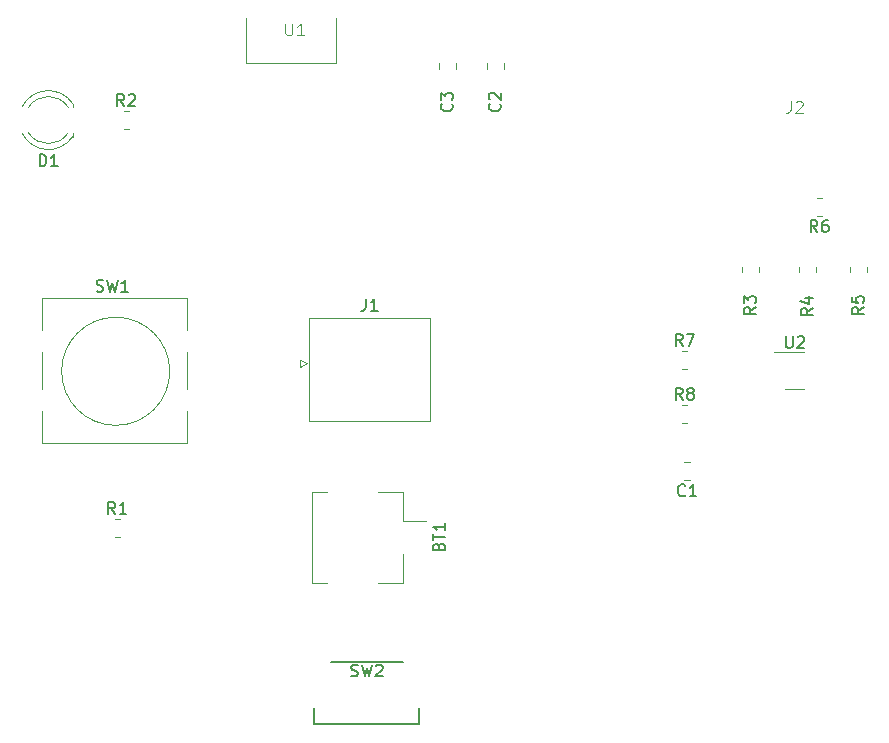
<source format=gbr>
%TF.GenerationSoftware,KiCad,Pcbnew,7.0.9*%
%TF.CreationDate,2024-01-21T16:04:35-08:00*%
%TF.ProjectId,Sensing Device,53656e73-696e-4672-9044-65766963652e,rev?*%
%TF.SameCoordinates,Original*%
%TF.FileFunction,Legend,Top*%
%TF.FilePolarity,Positive*%
%FSLAX46Y46*%
G04 Gerber Fmt 4.6, Leading zero omitted, Abs format (unit mm)*
G04 Created by KiCad (PCBNEW 7.0.9) date 2024-01-21 16:04:35*
%MOMM*%
%LPD*%
G01*
G04 APERTURE LIST*
%ADD10C,0.100000*%
%ADD11C,0.150000*%
%ADD12C,0.120000*%
%ADD13C,0.152400*%
G04 APERTURE END LIST*
D10*
X86868095Y-40605419D02*
X86868095Y-41414942D01*
X86868095Y-41414942D02*
X86915714Y-41510180D01*
X86915714Y-41510180D02*
X86963333Y-41557800D01*
X86963333Y-41557800D02*
X87058571Y-41605419D01*
X87058571Y-41605419D02*
X87249047Y-41605419D01*
X87249047Y-41605419D02*
X87344285Y-41557800D01*
X87344285Y-41557800D02*
X87391904Y-41510180D01*
X87391904Y-41510180D02*
X87439523Y-41414942D01*
X87439523Y-41414942D02*
X87439523Y-40605419D01*
X88439523Y-41605419D02*
X87868095Y-41605419D01*
X88153809Y-41605419D02*
X88153809Y-40605419D01*
X88153809Y-40605419D02*
X88058571Y-40748276D01*
X88058571Y-40748276D02*
X87963333Y-40843514D01*
X87963333Y-40843514D02*
X87868095Y-40891133D01*
D11*
X93686666Y-63896819D02*
X93686666Y-64611104D01*
X93686666Y-64611104D02*
X93639047Y-64753961D01*
X93639047Y-64753961D02*
X93543809Y-64849200D01*
X93543809Y-64849200D02*
X93400952Y-64896819D01*
X93400952Y-64896819D02*
X93305714Y-64896819D01*
X94686666Y-64896819D02*
X94115238Y-64896819D01*
X94400952Y-64896819D02*
X94400952Y-63896819D01*
X94400952Y-63896819D02*
X94305714Y-64039676D01*
X94305714Y-64039676D02*
X94210476Y-64134914D01*
X94210476Y-64134914D02*
X94115238Y-64182533D01*
X129238095Y-67054819D02*
X129238095Y-67864342D01*
X129238095Y-67864342D02*
X129285714Y-67959580D01*
X129285714Y-67959580D02*
X129333333Y-68007200D01*
X129333333Y-68007200D02*
X129428571Y-68054819D01*
X129428571Y-68054819D02*
X129619047Y-68054819D01*
X129619047Y-68054819D02*
X129714285Y-68007200D01*
X129714285Y-68007200D02*
X129761904Y-67959580D01*
X129761904Y-67959580D02*
X129809523Y-67864342D01*
X129809523Y-67864342D02*
X129809523Y-67054819D01*
X130238095Y-67150057D02*
X130285714Y-67102438D01*
X130285714Y-67102438D02*
X130380952Y-67054819D01*
X130380952Y-67054819D02*
X130619047Y-67054819D01*
X130619047Y-67054819D02*
X130714285Y-67102438D01*
X130714285Y-67102438D02*
X130761904Y-67150057D01*
X130761904Y-67150057D02*
X130809523Y-67245295D01*
X130809523Y-67245295D02*
X130809523Y-67340533D01*
X130809523Y-67340533D02*
X130761904Y-67483390D01*
X130761904Y-67483390D02*
X130190476Y-68054819D01*
X130190476Y-68054819D02*
X130809523Y-68054819D01*
X70896667Y-63247200D02*
X71039524Y-63294819D01*
X71039524Y-63294819D02*
X71277619Y-63294819D01*
X71277619Y-63294819D02*
X71372857Y-63247200D01*
X71372857Y-63247200D02*
X71420476Y-63199580D01*
X71420476Y-63199580D02*
X71468095Y-63104342D01*
X71468095Y-63104342D02*
X71468095Y-63009104D01*
X71468095Y-63009104D02*
X71420476Y-62913866D01*
X71420476Y-62913866D02*
X71372857Y-62866247D01*
X71372857Y-62866247D02*
X71277619Y-62818628D01*
X71277619Y-62818628D02*
X71087143Y-62771009D01*
X71087143Y-62771009D02*
X70991905Y-62723390D01*
X70991905Y-62723390D02*
X70944286Y-62675771D01*
X70944286Y-62675771D02*
X70896667Y-62580533D01*
X70896667Y-62580533D02*
X70896667Y-62485295D01*
X70896667Y-62485295D02*
X70944286Y-62390057D01*
X70944286Y-62390057D02*
X70991905Y-62342438D01*
X70991905Y-62342438D02*
X71087143Y-62294819D01*
X71087143Y-62294819D02*
X71325238Y-62294819D01*
X71325238Y-62294819D02*
X71468095Y-62342438D01*
X71801429Y-62294819D02*
X72039524Y-63294819D01*
X72039524Y-63294819D02*
X72230000Y-62580533D01*
X72230000Y-62580533D02*
X72420476Y-63294819D01*
X72420476Y-63294819D02*
X72658572Y-62294819D01*
X73563333Y-63294819D02*
X72991905Y-63294819D01*
X73277619Y-63294819D02*
X73277619Y-62294819D01*
X73277619Y-62294819D02*
X73182381Y-62437676D01*
X73182381Y-62437676D02*
X73087143Y-62532914D01*
X73087143Y-62532914D02*
X72991905Y-62580533D01*
X120499333Y-67892819D02*
X120166000Y-67416628D01*
X119927905Y-67892819D02*
X119927905Y-66892819D01*
X119927905Y-66892819D02*
X120308857Y-66892819D01*
X120308857Y-66892819D02*
X120404095Y-66940438D01*
X120404095Y-66940438D02*
X120451714Y-66988057D01*
X120451714Y-66988057D02*
X120499333Y-67083295D01*
X120499333Y-67083295D02*
X120499333Y-67226152D01*
X120499333Y-67226152D02*
X120451714Y-67321390D01*
X120451714Y-67321390D02*
X120404095Y-67369009D01*
X120404095Y-67369009D02*
X120308857Y-67416628D01*
X120308857Y-67416628D02*
X119927905Y-67416628D01*
X120832667Y-66892819D02*
X121499333Y-66892819D01*
X121499333Y-66892819D02*
X121070762Y-67892819D01*
X135836819Y-64614066D02*
X135360628Y-64947399D01*
X135836819Y-65185494D02*
X134836819Y-65185494D01*
X134836819Y-65185494D02*
X134836819Y-64804542D01*
X134836819Y-64804542D02*
X134884438Y-64709304D01*
X134884438Y-64709304D02*
X134932057Y-64661685D01*
X134932057Y-64661685D02*
X135027295Y-64614066D01*
X135027295Y-64614066D02*
X135170152Y-64614066D01*
X135170152Y-64614066D02*
X135265390Y-64661685D01*
X135265390Y-64661685D02*
X135313009Y-64709304D01*
X135313009Y-64709304D02*
X135360628Y-64804542D01*
X135360628Y-64804542D02*
X135360628Y-65185494D01*
X134836819Y-63709304D02*
X134836819Y-64185494D01*
X134836819Y-64185494D02*
X135313009Y-64233113D01*
X135313009Y-64233113D02*
X135265390Y-64185494D01*
X135265390Y-64185494D02*
X135217771Y-64090256D01*
X135217771Y-64090256D02*
X135217771Y-63852161D01*
X135217771Y-63852161D02*
X135265390Y-63756923D01*
X135265390Y-63756923D02*
X135313009Y-63709304D01*
X135313009Y-63709304D02*
X135408247Y-63661685D01*
X135408247Y-63661685D02*
X135646342Y-63661685D01*
X135646342Y-63661685D02*
X135741580Y-63709304D01*
X135741580Y-63709304D02*
X135789200Y-63756923D01*
X135789200Y-63756923D02*
X135836819Y-63852161D01*
X135836819Y-63852161D02*
X135836819Y-64090256D01*
X135836819Y-64090256D02*
X135789200Y-64185494D01*
X135789200Y-64185494D02*
X135741580Y-64233113D01*
X100943580Y-47389166D02*
X100991200Y-47436785D01*
X100991200Y-47436785D02*
X101038819Y-47579642D01*
X101038819Y-47579642D02*
X101038819Y-47674880D01*
X101038819Y-47674880D02*
X100991200Y-47817737D01*
X100991200Y-47817737D02*
X100895961Y-47912975D01*
X100895961Y-47912975D02*
X100800723Y-47960594D01*
X100800723Y-47960594D02*
X100610247Y-48008213D01*
X100610247Y-48008213D02*
X100467390Y-48008213D01*
X100467390Y-48008213D02*
X100276914Y-47960594D01*
X100276914Y-47960594D02*
X100181676Y-47912975D01*
X100181676Y-47912975D02*
X100086438Y-47817737D01*
X100086438Y-47817737D02*
X100038819Y-47674880D01*
X100038819Y-47674880D02*
X100038819Y-47579642D01*
X100038819Y-47579642D02*
X100086438Y-47436785D01*
X100086438Y-47436785D02*
X100134057Y-47389166D01*
X100038819Y-47055832D02*
X100038819Y-46436785D01*
X100038819Y-46436785D02*
X100419771Y-46770118D01*
X100419771Y-46770118D02*
X100419771Y-46627261D01*
X100419771Y-46627261D02*
X100467390Y-46532023D01*
X100467390Y-46532023D02*
X100515009Y-46484404D01*
X100515009Y-46484404D02*
X100610247Y-46436785D01*
X100610247Y-46436785D02*
X100848342Y-46436785D01*
X100848342Y-46436785D02*
X100943580Y-46484404D01*
X100943580Y-46484404D02*
X100991200Y-46532023D01*
X100991200Y-46532023D02*
X101038819Y-46627261D01*
X101038819Y-46627261D02*
X101038819Y-46912975D01*
X101038819Y-46912975D02*
X100991200Y-47008213D01*
X100991200Y-47008213D02*
X100943580Y-47055832D01*
X99858009Y-84871714D02*
X99905628Y-84728857D01*
X99905628Y-84728857D02*
X99953247Y-84681238D01*
X99953247Y-84681238D02*
X100048485Y-84633619D01*
X100048485Y-84633619D02*
X100191342Y-84633619D01*
X100191342Y-84633619D02*
X100286580Y-84681238D01*
X100286580Y-84681238D02*
X100334200Y-84728857D01*
X100334200Y-84728857D02*
X100381819Y-84824095D01*
X100381819Y-84824095D02*
X100381819Y-85205047D01*
X100381819Y-85205047D02*
X99381819Y-85205047D01*
X99381819Y-85205047D02*
X99381819Y-84871714D01*
X99381819Y-84871714D02*
X99429438Y-84776476D01*
X99429438Y-84776476D02*
X99477057Y-84728857D01*
X99477057Y-84728857D02*
X99572295Y-84681238D01*
X99572295Y-84681238D02*
X99667533Y-84681238D01*
X99667533Y-84681238D02*
X99762771Y-84728857D01*
X99762771Y-84728857D02*
X99810390Y-84776476D01*
X99810390Y-84776476D02*
X99858009Y-84871714D01*
X99858009Y-84871714D02*
X99858009Y-85205047D01*
X99381819Y-84347904D02*
X99381819Y-83776476D01*
X100381819Y-84062190D02*
X99381819Y-84062190D01*
X100381819Y-82919333D02*
X100381819Y-83490761D01*
X100381819Y-83205047D02*
X99381819Y-83205047D01*
X99381819Y-83205047D02*
X99524676Y-83300285D01*
X99524676Y-83300285D02*
X99619914Y-83395523D01*
X99619914Y-83395523D02*
X99667533Y-83490761D01*
X92430767Y-95822200D02*
X92573624Y-95869819D01*
X92573624Y-95869819D02*
X92811719Y-95869819D01*
X92811719Y-95869819D02*
X92906957Y-95822200D01*
X92906957Y-95822200D02*
X92954576Y-95774580D01*
X92954576Y-95774580D02*
X93002195Y-95679342D01*
X93002195Y-95679342D02*
X93002195Y-95584104D01*
X93002195Y-95584104D02*
X92954576Y-95488866D01*
X92954576Y-95488866D02*
X92906957Y-95441247D01*
X92906957Y-95441247D02*
X92811719Y-95393628D01*
X92811719Y-95393628D02*
X92621243Y-95346009D01*
X92621243Y-95346009D02*
X92526005Y-95298390D01*
X92526005Y-95298390D02*
X92478386Y-95250771D01*
X92478386Y-95250771D02*
X92430767Y-95155533D01*
X92430767Y-95155533D02*
X92430767Y-95060295D01*
X92430767Y-95060295D02*
X92478386Y-94965057D01*
X92478386Y-94965057D02*
X92526005Y-94917438D01*
X92526005Y-94917438D02*
X92621243Y-94869819D01*
X92621243Y-94869819D02*
X92859338Y-94869819D01*
X92859338Y-94869819D02*
X93002195Y-94917438D01*
X93335529Y-94869819D02*
X93573624Y-95869819D01*
X93573624Y-95869819D02*
X93764100Y-95155533D01*
X93764100Y-95155533D02*
X93954576Y-95869819D01*
X93954576Y-95869819D02*
X94192672Y-94869819D01*
X94526005Y-94965057D02*
X94573624Y-94917438D01*
X94573624Y-94917438D02*
X94668862Y-94869819D01*
X94668862Y-94869819D02*
X94906957Y-94869819D01*
X94906957Y-94869819D02*
X95002195Y-94917438D01*
X95002195Y-94917438D02*
X95049814Y-94965057D01*
X95049814Y-94965057D02*
X95097433Y-95060295D01*
X95097433Y-95060295D02*
X95097433Y-95155533D01*
X95097433Y-95155533D02*
X95049814Y-95298390D01*
X95049814Y-95298390D02*
X94478386Y-95869819D01*
X94478386Y-95869819D02*
X95097433Y-95869819D01*
X120499333Y-72464819D02*
X120166000Y-71988628D01*
X119927905Y-72464819D02*
X119927905Y-71464819D01*
X119927905Y-71464819D02*
X120308857Y-71464819D01*
X120308857Y-71464819D02*
X120404095Y-71512438D01*
X120404095Y-71512438D02*
X120451714Y-71560057D01*
X120451714Y-71560057D02*
X120499333Y-71655295D01*
X120499333Y-71655295D02*
X120499333Y-71798152D01*
X120499333Y-71798152D02*
X120451714Y-71893390D01*
X120451714Y-71893390D02*
X120404095Y-71941009D01*
X120404095Y-71941009D02*
X120308857Y-71988628D01*
X120308857Y-71988628D02*
X119927905Y-71988628D01*
X121070762Y-71893390D02*
X120975524Y-71845771D01*
X120975524Y-71845771D02*
X120927905Y-71798152D01*
X120927905Y-71798152D02*
X120880286Y-71702914D01*
X120880286Y-71702914D02*
X120880286Y-71655295D01*
X120880286Y-71655295D02*
X120927905Y-71560057D01*
X120927905Y-71560057D02*
X120975524Y-71512438D01*
X120975524Y-71512438D02*
X121070762Y-71464819D01*
X121070762Y-71464819D02*
X121261238Y-71464819D01*
X121261238Y-71464819D02*
X121356476Y-71512438D01*
X121356476Y-71512438D02*
X121404095Y-71560057D01*
X121404095Y-71560057D02*
X121451714Y-71655295D01*
X121451714Y-71655295D02*
X121451714Y-71702914D01*
X121451714Y-71702914D02*
X121404095Y-71798152D01*
X121404095Y-71798152D02*
X121356476Y-71845771D01*
X121356476Y-71845771D02*
X121261238Y-71893390D01*
X121261238Y-71893390D02*
X121070762Y-71893390D01*
X121070762Y-71893390D02*
X120975524Y-71941009D01*
X120975524Y-71941009D02*
X120927905Y-71988628D01*
X120927905Y-71988628D02*
X120880286Y-72083866D01*
X120880286Y-72083866D02*
X120880286Y-72274342D01*
X120880286Y-72274342D02*
X120927905Y-72369580D01*
X120927905Y-72369580D02*
X120975524Y-72417200D01*
X120975524Y-72417200D02*
X121070762Y-72464819D01*
X121070762Y-72464819D02*
X121261238Y-72464819D01*
X121261238Y-72464819D02*
X121356476Y-72417200D01*
X121356476Y-72417200D02*
X121404095Y-72369580D01*
X121404095Y-72369580D02*
X121451714Y-72274342D01*
X121451714Y-72274342D02*
X121451714Y-72083866D01*
X121451714Y-72083866D02*
X121404095Y-71988628D01*
X121404095Y-71988628D02*
X121356476Y-71941009D01*
X121356476Y-71941009D02*
X121261238Y-71893390D01*
X126692819Y-64630066D02*
X126216628Y-64963399D01*
X126692819Y-65201494D02*
X125692819Y-65201494D01*
X125692819Y-65201494D02*
X125692819Y-64820542D01*
X125692819Y-64820542D02*
X125740438Y-64725304D01*
X125740438Y-64725304D02*
X125788057Y-64677685D01*
X125788057Y-64677685D02*
X125883295Y-64630066D01*
X125883295Y-64630066D02*
X126026152Y-64630066D01*
X126026152Y-64630066D02*
X126121390Y-64677685D01*
X126121390Y-64677685D02*
X126169009Y-64725304D01*
X126169009Y-64725304D02*
X126216628Y-64820542D01*
X126216628Y-64820542D02*
X126216628Y-65201494D01*
X125692819Y-64296732D02*
X125692819Y-63677685D01*
X125692819Y-63677685D02*
X126073771Y-64011018D01*
X126073771Y-64011018D02*
X126073771Y-63868161D01*
X126073771Y-63868161D02*
X126121390Y-63772923D01*
X126121390Y-63772923D02*
X126169009Y-63725304D01*
X126169009Y-63725304D02*
X126264247Y-63677685D01*
X126264247Y-63677685D02*
X126502342Y-63677685D01*
X126502342Y-63677685D02*
X126597580Y-63725304D01*
X126597580Y-63725304D02*
X126645200Y-63772923D01*
X126645200Y-63772923D02*
X126692819Y-63868161D01*
X126692819Y-63868161D02*
X126692819Y-64153875D01*
X126692819Y-64153875D02*
X126645200Y-64249113D01*
X126645200Y-64249113D02*
X126597580Y-64296732D01*
X72461333Y-82116819D02*
X72128000Y-81640628D01*
X71889905Y-82116819D02*
X71889905Y-81116819D01*
X71889905Y-81116819D02*
X72270857Y-81116819D01*
X72270857Y-81116819D02*
X72366095Y-81164438D01*
X72366095Y-81164438D02*
X72413714Y-81212057D01*
X72413714Y-81212057D02*
X72461333Y-81307295D01*
X72461333Y-81307295D02*
X72461333Y-81450152D01*
X72461333Y-81450152D02*
X72413714Y-81545390D01*
X72413714Y-81545390D02*
X72366095Y-81593009D01*
X72366095Y-81593009D02*
X72270857Y-81640628D01*
X72270857Y-81640628D02*
X71889905Y-81640628D01*
X73413714Y-82116819D02*
X72842286Y-82116819D01*
X73128000Y-82116819D02*
X73128000Y-81116819D01*
X73128000Y-81116819D02*
X73032762Y-81259676D01*
X73032762Y-81259676D02*
X72937524Y-81354914D01*
X72937524Y-81354914D02*
X72842286Y-81402533D01*
X120715833Y-80525580D02*
X120668214Y-80573200D01*
X120668214Y-80573200D02*
X120525357Y-80620819D01*
X120525357Y-80620819D02*
X120430119Y-80620819D01*
X120430119Y-80620819D02*
X120287262Y-80573200D01*
X120287262Y-80573200D02*
X120192024Y-80477961D01*
X120192024Y-80477961D02*
X120144405Y-80382723D01*
X120144405Y-80382723D02*
X120096786Y-80192247D01*
X120096786Y-80192247D02*
X120096786Y-80049390D01*
X120096786Y-80049390D02*
X120144405Y-79858914D01*
X120144405Y-79858914D02*
X120192024Y-79763676D01*
X120192024Y-79763676D02*
X120287262Y-79668438D01*
X120287262Y-79668438D02*
X120430119Y-79620819D01*
X120430119Y-79620819D02*
X120525357Y-79620819D01*
X120525357Y-79620819D02*
X120668214Y-79668438D01*
X120668214Y-79668438D02*
X120715833Y-79716057D01*
X121668214Y-80620819D02*
X121096786Y-80620819D01*
X121382500Y-80620819D02*
X121382500Y-79620819D01*
X121382500Y-79620819D02*
X121287262Y-79763676D01*
X121287262Y-79763676D02*
X121192024Y-79858914D01*
X121192024Y-79858914D02*
X121096786Y-79906533D01*
X131913333Y-58238819D02*
X131580000Y-57762628D01*
X131341905Y-58238819D02*
X131341905Y-57238819D01*
X131341905Y-57238819D02*
X131722857Y-57238819D01*
X131722857Y-57238819D02*
X131818095Y-57286438D01*
X131818095Y-57286438D02*
X131865714Y-57334057D01*
X131865714Y-57334057D02*
X131913333Y-57429295D01*
X131913333Y-57429295D02*
X131913333Y-57572152D01*
X131913333Y-57572152D02*
X131865714Y-57667390D01*
X131865714Y-57667390D02*
X131818095Y-57715009D01*
X131818095Y-57715009D02*
X131722857Y-57762628D01*
X131722857Y-57762628D02*
X131341905Y-57762628D01*
X132770476Y-57238819D02*
X132580000Y-57238819D01*
X132580000Y-57238819D02*
X132484762Y-57286438D01*
X132484762Y-57286438D02*
X132437143Y-57334057D01*
X132437143Y-57334057D02*
X132341905Y-57476914D01*
X132341905Y-57476914D02*
X132294286Y-57667390D01*
X132294286Y-57667390D02*
X132294286Y-58048342D01*
X132294286Y-58048342D02*
X132341905Y-58143580D01*
X132341905Y-58143580D02*
X132389524Y-58191200D01*
X132389524Y-58191200D02*
X132484762Y-58238819D01*
X132484762Y-58238819D02*
X132675238Y-58238819D01*
X132675238Y-58238819D02*
X132770476Y-58191200D01*
X132770476Y-58191200D02*
X132818095Y-58143580D01*
X132818095Y-58143580D02*
X132865714Y-58048342D01*
X132865714Y-58048342D02*
X132865714Y-57810247D01*
X132865714Y-57810247D02*
X132818095Y-57715009D01*
X132818095Y-57715009D02*
X132770476Y-57667390D01*
X132770476Y-57667390D02*
X132675238Y-57619771D01*
X132675238Y-57619771D02*
X132484762Y-57619771D01*
X132484762Y-57619771D02*
X132389524Y-57667390D01*
X132389524Y-57667390D02*
X132341905Y-57715009D01*
X132341905Y-57715009D02*
X132294286Y-57810247D01*
X73223333Y-47572819D02*
X72890000Y-47096628D01*
X72651905Y-47572819D02*
X72651905Y-46572819D01*
X72651905Y-46572819D02*
X73032857Y-46572819D01*
X73032857Y-46572819D02*
X73128095Y-46620438D01*
X73128095Y-46620438D02*
X73175714Y-46668057D01*
X73175714Y-46668057D02*
X73223333Y-46763295D01*
X73223333Y-46763295D02*
X73223333Y-46906152D01*
X73223333Y-46906152D02*
X73175714Y-47001390D01*
X73175714Y-47001390D02*
X73128095Y-47049009D01*
X73128095Y-47049009D02*
X73032857Y-47096628D01*
X73032857Y-47096628D02*
X72651905Y-47096628D01*
X73604286Y-46668057D02*
X73651905Y-46620438D01*
X73651905Y-46620438D02*
X73747143Y-46572819D01*
X73747143Y-46572819D02*
X73985238Y-46572819D01*
X73985238Y-46572819D02*
X74080476Y-46620438D01*
X74080476Y-46620438D02*
X74128095Y-46668057D01*
X74128095Y-46668057D02*
X74175714Y-46763295D01*
X74175714Y-46763295D02*
X74175714Y-46858533D01*
X74175714Y-46858533D02*
X74128095Y-47001390D01*
X74128095Y-47001390D02*
X73556667Y-47572819D01*
X73556667Y-47572819D02*
X74175714Y-47572819D01*
X131518819Y-64682666D02*
X131042628Y-65015999D01*
X131518819Y-65254094D02*
X130518819Y-65254094D01*
X130518819Y-65254094D02*
X130518819Y-64873142D01*
X130518819Y-64873142D02*
X130566438Y-64777904D01*
X130566438Y-64777904D02*
X130614057Y-64730285D01*
X130614057Y-64730285D02*
X130709295Y-64682666D01*
X130709295Y-64682666D02*
X130852152Y-64682666D01*
X130852152Y-64682666D02*
X130947390Y-64730285D01*
X130947390Y-64730285D02*
X130995009Y-64777904D01*
X130995009Y-64777904D02*
X131042628Y-64873142D01*
X131042628Y-64873142D02*
X131042628Y-65254094D01*
X130852152Y-63825523D02*
X131518819Y-63825523D01*
X130471200Y-64063618D02*
X131185485Y-64301713D01*
X131185485Y-64301713D02*
X131185485Y-63682666D01*
D10*
X129666666Y-47153419D02*
X129666666Y-47867704D01*
X129666666Y-47867704D02*
X129619047Y-48010561D01*
X129619047Y-48010561D02*
X129523809Y-48105800D01*
X129523809Y-48105800D02*
X129380952Y-48153419D01*
X129380952Y-48153419D02*
X129285714Y-48153419D01*
X130095238Y-47248657D02*
X130142857Y-47201038D01*
X130142857Y-47201038D02*
X130238095Y-47153419D01*
X130238095Y-47153419D02*
X130476190Y-47153419D01*
X130476190Y-47153419D02*
X130571428Y-47201038D01*
X130571428Y-47201038D02*
X130619047Y-47248657D01*
X130619047Y-47248657D02*
X130666666Y-47343895D01*
X130666666Y-47343895D02*
X130666666Y-47439133D01*
X130666666Y-47439133D02*
X130619047Y-47581990D01*
X130619047Y-47581990D02*
X130047619Y-48153419D01*
X130047619Y-48153419D02*
X130666666Y-48153419D01*
D11*
X66063905Y-52682819D02*
X66063905Y-51682819D01*
X66063905Y-51682819D02*
X66302000Y-51682819D01*
X66302000Y-51682819D02*
X66444857Y-51730438D01*
X66444857Y-51730438D02*
X66540095Y-51825676D01*
X66540095Y-51825676D02*
X66587714Y-51920914D01*
X66587714Y-51920914D02*
X66635333Y-52111390D01*
X66635333Y-52111390D02*
X66635333Y-52254247D01*
X66635333Y-52254247D02*
X66587714Y-52444723D01*
X66587714Y-52444723D02*
X66540095Y-52539961D01*
X66540095Y-52539961D02*
X66444857Y-52635200D01*
X66444857Y-52635200D02*
X66302000Y-52682819D01*
X66302000Y-52682819D02*
X66063905Y-52682819D01*
X67587714Y-52682819D02*
X67016286Y-52682819D01*
X67302000Y-52682819D02*
X67302000Y-51682819D01*
X67302000Y-51682819D02*
X67206762Y-51825676D01*
X67206762Y-51825676D02*
X67111524Y-51920914D01*
X67111524Y-51920914D02*
X67016286Y-51968533D01*
X105007580Y-47389166D02*
X105055200Y-47436785D01*
X105055200Y-47436785D02*
X105102819Y-47579642D01*
X105102819Y-47579642D02*
X105102819Y-47674880D01*
X105102819Y-47674880D02*
X105055200Y-47817737D01*
X105055200Y-47817737D02*
X104959961Y-47912975D01*
X104959961Y-47912975D02*
X104864723Y-47960594D01*
X104864723Y-47960594D02*
X104674247Y-48008213D01*
X104674247Y-48008213D02*
X104531390Y-48008213D01*
X104531390Y-48008213D02*
X104340914Y-47960594D01*
X104340914Y-47960594D02*
X104245676Y-47912975D01*
X104245676Y-47912975D02*
X104150438Y-47817737D01*
X104150438Y-47817737D02*
X104102819Y-47674880D01*
X104102819Y-47674880D02*
X104102819Y-47579642D01*
X104102819Y-47579642D02*
X104150438Y-47436785D01*
X104150438Y-47436785D02*
X104198057Y-47389166D01*
X104198057Y-47008213D02*
X104150438Y-46960594D01*
X104150438Y-46960594D02*
X104102819Y-46865356D01*
X104102819Y-46865356D02*
X104102819Y-46627261D01*
X104102819Y-46627261D02*
X104150438Y-46532023D01*
X104150438Y-46532023D02*
X104198057Y-46484404D01*
X104198057Y-46484404D02*
X104293295Y-46436785D01*
X104293295Y-46436785D02*
X104388533Y-46436785D01*
X104388533Y-46436785D02*
X104531390Y-46484404D01*
X104531390Y-46484404D02*
X105102819Y-47055832D01*
X105102819Y-47055832D02*
X105102819Y-46436785D01*
D10*
%TO.C,U1*%
X83566000Y-40132000D02*
X83566000Y-43942000D01*
X83566000Y-43942000D02*
X91186000Y-43942000D01*
X91186000Y-43942000D02*
X91186000Y-40132000D01*
D12*
%TO.C,J1*%
X88110000Y-69042000D02*
X88710000Y-69342000D01*
X88110000Y-69642000D02*
X88110000Y-69042000D01*
X88710000Y-69342000D02*
X88110000Y-69642000D01*
X88910000Y-65532000D02*
X88910000Y-74252000D01*
X88910000Y-74252000D02*
X99130000Y-74252000D01*
X99130000Y-65532000D02*
X88910000Y-65532000D01*
X99130000Y-74252000D02*
X99130000Y-65532000D01*
%TO.C,U2*%
X130000000Y-68440000D02*
X128200000Y-68440000D01*
X130000000Y-68440000D02*
X130800000Y-68440000D01*
X130000000Y-71560000D02*
X129200000Y-71560000D01*
X130000000Y-71560000D02*
X130800000Y-71560000D01*
%TO.C,SW1*%
X66250000Y-63850000D02*
X78550000Y-63850000D01*
X66250000Y-66570000D02*
X66250000Y-63850000D01*
X66250000Y-71570000D02*
X66250000Y-68430000D01*
X66250000Y-76150000D02*
X66250000Y-73430000D01*
X78550000Y-63850000D02*
X78550000Y-66570000D01*
X78550000Y-68430000D02*
X78550000Y-71570000D01*
X78550000Y-73430000D02*
X78550000Y-76150000D01*
X78550000Y-76150000D02*
X66250000Y-76150000D01*
X77079050Y-70040000D02*
G75*
G03*
X77079050Y-70040000I-4579050J0D01*
G01*
%TO.C,R7*%
X120438936Y-68353000D02*
X120893064Y-68353000D01*
X120438936Y-69823000D02*
X120893064Y-69823000D01*
%TO.C,R5*%
X134647000Y-61642464D02*
X134647000Y-61188336D01*
X136117000Y-61642464D02*
X136117000Y-61188336D01*
%TO.C,C3*%
X101319000Y-43913248D02*
X101319000Y-44435752D01*
X99849000Y-43913248D02*
X99849000Y-44435752D01*
%TO.C,BT1*%
X96842000Y-80226000D02*
X96842000Y-82676000D01*
X94742000Y-80226000D02*
X96842000Y-80226000D01*
X90422000Y-80226000D02*
X89122000Y-80226000D01*
X89122000Y-80226000D02*
X89122000Y-87946000D01*
X96842000Y-82676000D02*
X98732000Y-82676000D01*
X96842000Y-87946000D02*
X96842000Y-85496000D01*
X94742000Y-87946000D02*
X96842000Y-87946000D01*
X89122000Y-87946000D02*
X90422000Y-87946000D01*
D13*
%TO.C,SW2*%
X89331800Y-98576593D02*
X89331800Y-99936200D01*
X89331800Y-99936200D02*
X98196400Y-99936200D01*
X92369350Y-94627600D02*
X90741354Y-94627600D01*
X94369351Y-94627600D02*
X92369350Y-94627600D01*
X96369352Y-94627600D02*
X94369351Y-94627600D01*
X96786847Y-94627600D02*
X96369352Y-94627600D01*
X98196400Y-99936200D02*
X98196400Y-98576593D01*
D12*
%TO.C,R8*%
X120438936Y-72925000D02*
X120893064Y-72925000D01*
X120438936Y-74395000D02*
X120893064Y-74395000D01*
%TO.C,R3*%
X126973000Y-61188336D02*
X126973000Y-61642464D01*
X125503000Y-61188336D02*
X125503000Y-61642464D01*
%TO.C,R1*%
X72400936Y-82577000D02*
X72855064Y-82577000D01*
X72400936Y-84047000D02*
X72855064Y-84047000D01*
%TO.C,C1*%
X121143752Y-79221000D02*
X120621248Y-79221000D01*
X121143752Y-77751000D02*
X120621248Y-77751000D01*
%TO.C,R6*%
X132307064Y-56869000D02*
X131852936Y-56869000D01*
X132307064Y-55399000D02*
X131852936Y-55399000D01*
%TO.C,R2*%
X73162936Y-48033000D02*
X73617064Y-48033000D01*
X73162936Y-49503000D02*
X73617064Y-49503000D01*
%TO.C,R4*%
X130329000Y-61642464D02*
X130329000Y-61188336D01*
X131799000Y-61642464D02*
X131799000Y-61188336D01*
%TO.C,D1*%
X68862000Y-50167000D02*
X68862000Y-49848000D01*
X68862000Y-47688000D02*
X68862000Y-47369000D01*
X64558759Y-49848724D02*
G75*
G03*
X68861999Y-50166749I2243241J1080724D01*
G01*
X65119288Y-49848960D02*
G75*
G03*
X68485329Y-49847999I1682712J1080960D01*
G01*
X68485329Y-47688001D02*
G75*
G03*
X65119288Y-47687040I-1683329J-1079999D01*
G01*
X68861999Y-47369251D02*
G75*
G03*
X64558759Y-47687276I-2059999J-1398749D01*
G01*
%TO.C,C2*%
X105383000Y-43913248D02*
X105383000Y-44435752D01*
X103913000Y-43913248D02*
X103913000Y-44435752D01*
%TD*%
M02*

</source>
